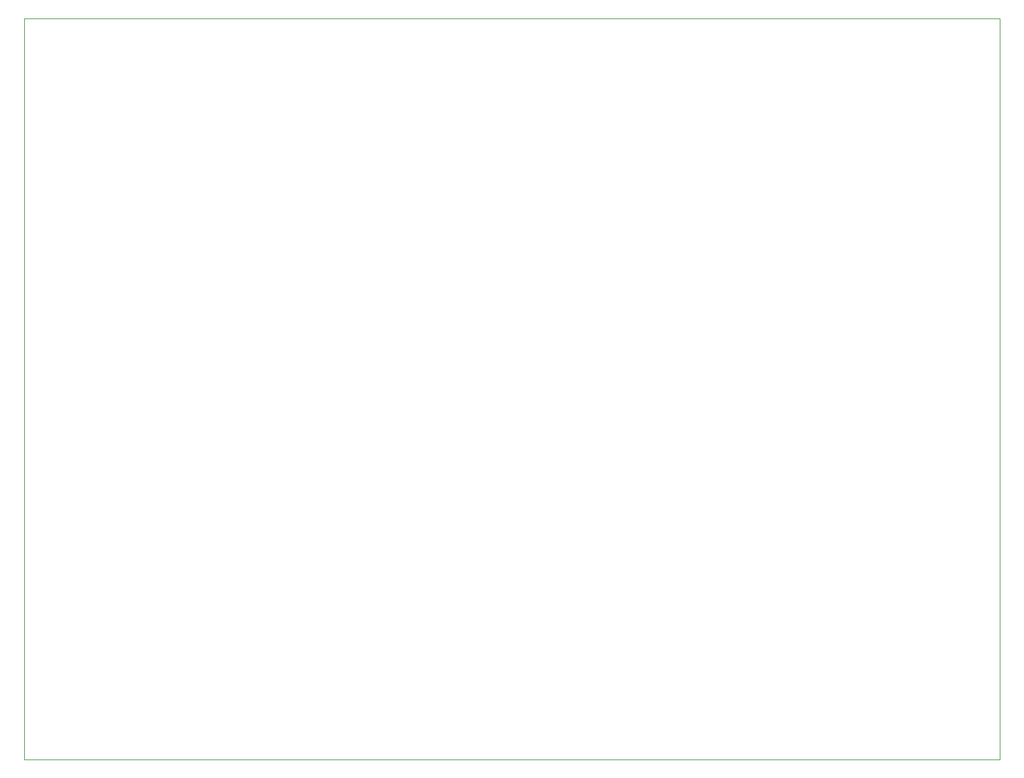
<source format=gm1>
*%FSLAX23Y23*%
*%MOIN*%
G01*
D12*
X7450Y9939D02*
X12550D01*
Y6061D02*
X8870D01*
X7450D01*
X12550D02*
Y9939D01*
X7450D02*
Y6061D01*
D02*
M02*

</source>
